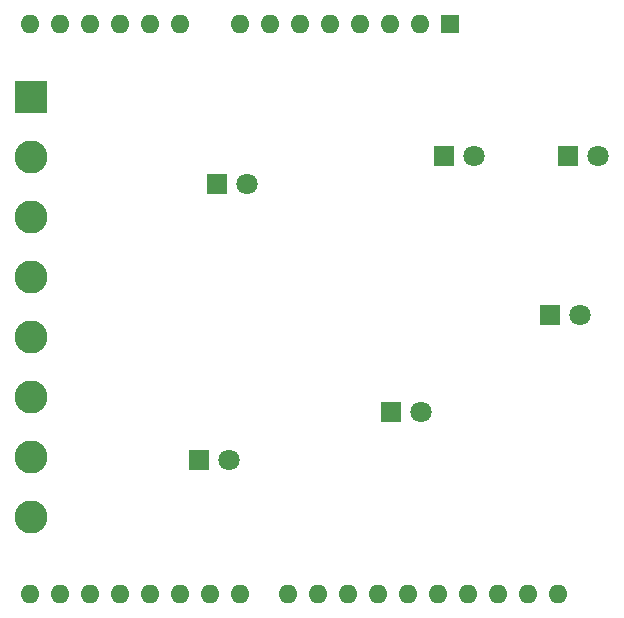
<source format=gbr>
%TF.GenerationSoftware,KiCad,Pcbnew,7.0.10*%
%TF.CreationDate,2024-04-13T12:41:34+02:00*%
%TF.ProjectId,jeopardy_pcb,6a656f70-6172-4647-995f-7063622e6b69,rev?*%
%TF.SameCoordinates,Original*%
%TF.FileFunction,Soldermask,Bot*%
%TF.FilePolarity,Negative*%
%FSLAX46Y46*%
G04 Gerber Fmt 4.6, Leading zero omitted, Abs format (unit mm)*
G04 Created by KiCad (PCBNEW 7.0.10) date 2024-04-13 12:41:34*
%MOMM*%
%LPD*%
G01*
G04 APERTURE LIST*
%ADD10R,1.800000X1.800000*%
%ADD11C,1.800000*%
%ADD12R,2.800000X2.800000*%
%ADD13C,2.800000*%
%ADD14R,1.600000X1.600000*%
%ADD15O,1.600000X1.600000*%
G04 APERTURE END LIST*
D10*
%TO.C,D4*%
X106680000Y-83566000D03*
D11*
X109220000Y-83566000D03*
%TD*%
D12*
%TO.C,J1*%
X61214000Y-78613000D03*
D13*
X61214000Y-83693000D03*
X61214000Y-88773000D03*
X61214000Y-93853000D03*
X61214000Y-98933000D03*
X61214000Y-104013000D03*
X61214000Y-109093000D03*
X61214000Y-114173000D03*
%TD*%
D10*
%TO.C,D5*%
X96139000Y-83566000D03*
D11*
X98679000Y-83566000D03*
%TD*%
D10*
%TO.C,D1*%
X91694000Y-105283000D03*
D11*
X94234000Y-105283000D03*
%TD*%
D10*
%TO.C,D2*%
X75438000Y-109347000D03*
D11*
X77978000Y-109347000D03*
%TD*%
D10*
%TO.C,D3*%
X105156000Y-97028000D03*
D11*
X107696000Y-97028000D03*
%TD*%
D10*
%TO.C,D6*%
X76962000Y-85979000D03*
D11*
X79502000Y-85979000D03*
%TD*%
D14*
%TO.C,A1*%
X96647000Y-72390000D03*
D15*
X94107000Y-72390000D03*
X91567000Y-72390000D03*
X89027000Y-72390000D03*
X86487000Y-72390000D03*
X83947000Y-72390000D03*
X81407000Y-72390000D03*
X78867000Y-72390000D03*
X73787000Y-72390000D03*
X71247000Y-72390000D03*
X68707000Y-72390000D03*
X66167000Y-72390000D03*
X63627000Y-72390000D03*
X61087000Y-72390000D03*
X61087000Y-120650000D03*
X63627000Y-120650000D03*
X66167000Y-120650000D03*
X68707000Y-120650000D03*
X71247000Y-120650000D03*
X73787000Y-120650000D03*
X76327000Y-120650000D03*
X78867000Y-120650000D03*
X82927000Y-120650000D03*
X85467000Y-120650000D03*
X88007000Y-120650000D03*
X90547000Y-120650000D03*
X93087000Y-120650000D03*
X95627000Y-120650000D03*
X98167000Y-120650000D03*
X100707000Y-120650000D03*
X103247000Y-120650000D03*
X105787000Y-120650000D03*
%TD*%
M02*

</source>
